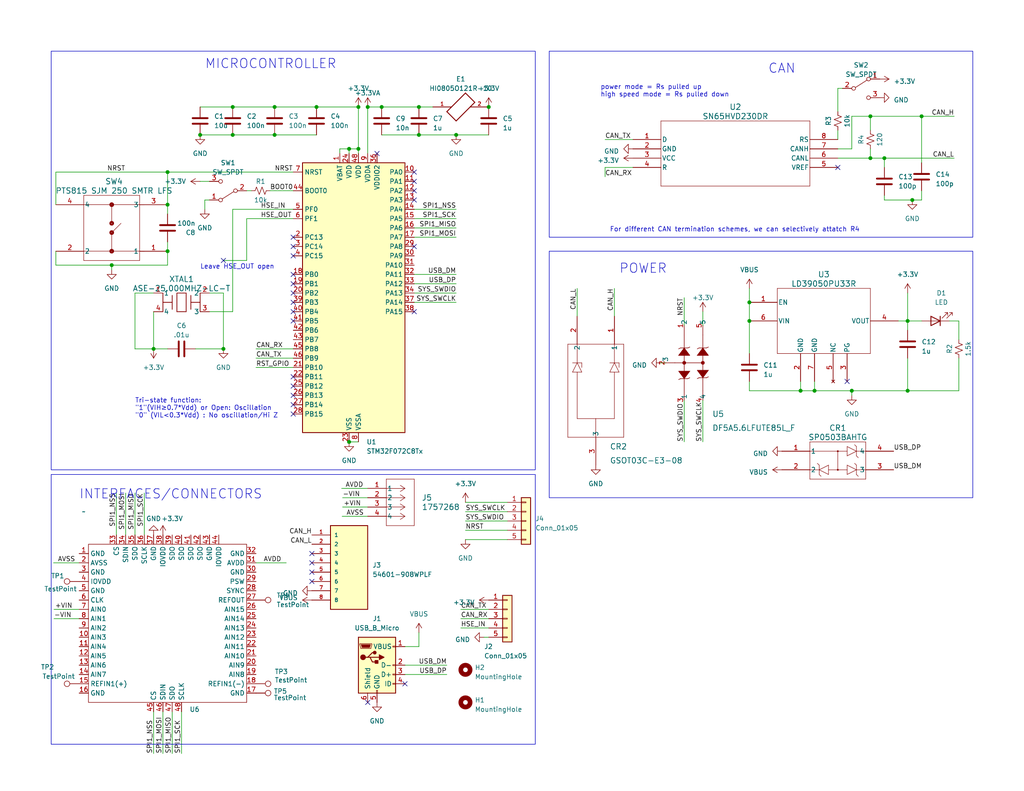
<source format=kicad_sch>
(kicad_sch (version 20230121) (generator eeschema)
  (paper "USLetter")
  (lib_symbols
    (symbol "2024-02-29_02-51-04:LD39050PU33R" (pin_names (offset 0.254))
      (property "Reference" "U3" (at 20.32 8.89 0))
      (property "Value" "LD39050PU33R" (at 20.32 6.35 0))
      (symbol "LD39050PU33R_1_1"
        (pin input line (at 0 1.27 0) (length 7.62) (name "EN") (number "1"))
        (pin power_in line (at 13.97 -20.32 90) (length 7.62) (name "GND") (number "2"))
        (pin power_in line (at 26.67 -20.32 90) (length 7.62) (name "PG") (number "3"))
        (pin output line (at 40.64 -3.81 180) (length 7.62) (name "VOUT") (number "4"))
        (pin no_connect line (at 22.86 -20.32 90) (length 7.62) (name "NC") (number "5"))
        (pin input line (at 0 -3.81 0) (length 7.62) (name "VIN") (number "6"))
        (pin power_in line (at 17.78 -20.32 90) (length 7.62) (name "GND") (number "7"))
      )
    )
    (symbol "2024-02-29_03-15-34:SP0503BAHTG" (pin_names (offset 0.254))
      (property "Reference" "CR" (at 15.24 7.62 0))
      (property "Value" "SP0503BAHTG" (at 15.24 5.08 0))
      (symbol "SP0503BAHTG_1_1"
        (pin unspecified line (at 0 0 0) (length 7.62) (name "1") (number "1"))
        (pin unspecified line (at 0 -5.08 0) (length 7.62) (name "2") (number "2"))
        (pin unspecified line (at 30.48 -5.08 180) (length 7.62) (name "3") (number "3"))
        (pin unspecified line (at 30.48 0 180) (length 7.62) (name "4") (number "4"))
      )
    )
    (symbol "2024-02-29_03-51-17:SN65HVD230DR" (pin_names (offset 0.254))
      (property "Reference" "U" (at 27.94 10.16 0))
      (property "Value" "SN65HVD230DR" (at 27.94 7.62 0))
      (symbol "SN65HVD230DR_1_1"
        (pin input line (at 0 0 0) (length 7.62) (name "D") (number "1"))
        (pin power_in line (at 0 -2.54 0) (length 7.62) (name "GND") (number "2"))
        (pin power_in line (at 0 -5.08 0) (length 7.62) (name "VCC") (number "3"))
        (pin input line (at 0 -7.62 0) (length 7.62) (name "R") (number "4"))
        (pin power_in line (at 55.88 -7.62 180) (length 7.62) (name "VREF") (number "5"))
        (pin output line (at 55.88 -5.08 180) (length 7.62) (name "CANL") (number "6"))
        (pin output line (at 55.88 -2.54 180) (length 7.62) (name "CANH") (number "7"))
        (pin input line (at 55.88 0 180) (length 7.62) (name "RS") (number "8"))
      )
    )
    (symbol "2024-03-01_20-51-15:ASE-25.000MHZ-LC-T" (pin_names (offset 0.254))
      (property "Reference" "XTAL" (at 7.62 2.54 0))
      (property "Value" "ASE-25.000MHZ-LC-T" (at 7.62 -7.62 0))
      (symbol "ASE-25.000MHZ-LC-T_0_1"
        (pin unspecified line (at 0 0 0) (length 2.54) (name "1") (number "1"))
        (pin unspecified line (at 15.24 0 180) (length 2.54) (name "2") (number "2"))
        (pin unspecified line (at 15.24 -5.08 180) (length 2.54) (name "3") (number "3"))
        (pin unspecified line (at 0 -5.08 0) (length 2.54) (name "4") (number "4"))
      )
    )
    (symbol "2024-03-30_20-00-54:GSOT03C-E3-08" (pin_names (offset 0.254))
      (property "Reference" "CR" (at 20.32 7.62 0))
      (property "Value" "GSOT03C-E3-08" (at 20.32 5.08 0))
      (symbol "GSOT03C-E3-08_0_1"
        (pin unspecified line (at 0 0 0) (length 7.62) (name "1") (number "1"))
        (pin unspecified line (at 0 -10.16 0) (length 7.62) (name "2") (number "2"))
        (pin unspecified line (at 40.64 -5.08 180) (length 7.62) (name "3") (number "3"))
      )
    )
    (symbol "2024-04-04_20-35-07:PTS815_SJM_250_SMTR_LFS" (pin_names (offset 0.254))
      (property "Reference" "SW" (at 30.48 -1.27 0))
      (property "Value" "PTS815 SJM 250 SMTR LFS" (at 30.48 -3.81 0))
      (symbol "PTS815_SJM_250_SMTR_LFS_0_1"
        (pin unspecified line (at 15.24 -8.89 0) (length 7.62) (name "1") (number "1"))
        (pin unspecified line (at 45.72 -8.89 180) (length 7.62) (name "2") (number "2"))
        (pin unspecified line (at 15.24 -21.59 0) (length 7.62) (name "3") (number "3"))
        (pin unspecified line (at 45.72 -21.59 180) (length 7.62) (name "4") (number "4"))
      )
    )
    (symbol "2024-04-04_22-53-06:DF5A5.6LFUTE85L_F" (pin_names (offset 0.254))
      (property "Reference" "U" (at 0 0 0))
      (property "Value" "DF5A5.6LFUTE85L_F" (at 0 0 0))
      (symbol "DF5A5.6LFUTE85L_F_0_1"
        (pin unspecified line (at -2.5146 -7.62 180) (length 0.0254) (name "2") (number "1"))
        (pin unspecified line (at 7.6454 -12.7 180) (length 0.0254) (name "3") (number "2"))
        (pin unspecified line (at 17.8054 -7.62 180) (length 0.0254) (name "1") (number "3"))
        (pin unspecified line (at 17.8054 -2.54 180) (length 0.0254) (name "4") (number "4"))
        (pin unspecified line (at -2.5146 -2.54 180) (length 0.0254) (name "5") (number "5"))
      )
    )
    (symbol "2024-04-09_04-06-40:1757268" (pin_names (offset 0.254))
      (property "Reference" "J" (at 8.89 6.35 0))
      (property "Value" "1757268" (at 0 0 0))
      (symbol "1757268_1_1"
        (pin unspecified line (at 0 0 0) (length 5.08) (name "1") (number "1"))
        (pin unspecified line (at 0 -2.54 0) (length 5.08) (name "2") (number "2"))
        (pin unspecified line (at 0 -5.08 0) (length 5.08) (name "3") (number "3"))
        (pin unspecified line (at 0 -7.62 0) (length 5.08) (name "4") (number "4"))
      )
      (symbol "1757268_1_2"
        (pin unspecified line (at 0 0 0) (length 5.08) (name "1") (number "1"))
        (pin unspecified line (at 0 -2.54 0) (length 5.08) (name "2") (number "2"))
        (pin unspecified line (at 0 -5.08 0) (length 5.08) (name "3") (number "3"))
        (pin unspecified line (at 0 -7.62 0) (length 5.08) (name "4") (number "4"))
      )
    )
    (symbol "54601-908WPLF:54601-908WPLF" (pin_names (offset 1.016))
      (property "Reference" "J" (at -5.08 10.922 0))
      (property "Value" "54601-908WPLF" (at -5.08 -15.24 0))
      (symbol "54601-908WPLF_0_0"
        (pin passive line (at -10.16 7.62 0) (length 5.08) (name "1") (number "1"))
        (pin passive line (at -10.16 5.08 0) (length 5.08) (name "2") (number "2"))
        (pin passive line (at -10.16 2.54 0) (length 5.08) (name "3") (number "3"))
        (pin passive line (at -10.16 0 0) (length 5.08) (name "4") (number "4"))
        (pin passive line (at -10.16 -2.54 0) (length 5.08) (name "5") (number "5"))
        (pin passive line (at -10.16 -5.08 0) (length 5.08) (name "6") (number "6"))
        (pin passive line (at -10.16 -7.62 0) (length 5.08) (name "7") (number "7"))
        (pin passive line (at -10.16 -10.16 0) (length 5.08) (name "8") (number "8"))
      )
    )
    (symbol "Connector:TestPoint" (pin_numbers hide) (pin_names (offset 0.762) hide)
      (property "Reference" "TP" (at 0 6.858 0))
      (property "Value" "TestPoint" (at 0 5.08 0))
      (symbol "TestPoint_1_1"
        (pin passive line (at 0 0 90) (length 2.54) (name "1") (number "1"))
      )
    )
    (symbol "Connector:USB_B_Micro" (pin_names (offset 1.016))
      (property "Reference" "J1" (at 0 12.7 0))
      (property "Value" "USB_B_Micro" (at 0 10.16 0))
      (symbol "USB_B_Micro_1_1"
        (pin power_out line (at 7.62 5.08 180) (length 2.54) (name "VBUS") (number "1"))
        (pin bidirectional line (at 7.62 0 180) (length 2.54) (name "D-") (number "2"))
        (pin bidirectional line (at 7.62 -2.54 180) (length 2.54) (name "D+") (number "3"))
        (pin passive line (at 7.62 -5.08 180) (length 2.54) (name "ID") (number "4"))
        (pin power_out line (at 0 -10.16 90) (length 2.54) (name "GND") (number "5"))
        (pin passive line (at -2.54 -10.16 90) (length 2.54) (name "Shield") (number "6"))
      )
    )
    (symbol "Connector_Generic:Conn_01x05" (pin_names (offset 1.016) hide)
      (property "Reference" "J" (at 0 7.62 0))
      (property "Value" "Conn_01x05" (at 0 -7.62 0))
      (symbol "Conn_01x05_1_1"
        (pin passive line (at -5.08 5.08 0) (length 3.81) (name "Pin_1") (number "1"))
        (pin passive line (at -5.08 2.54 0) (length 3.81) (name "Pin_2") (number "2"))
        (pin passive line (at -5.08 0 0) (length 3.81) (name "Pin_3") (number "3"))
        (pin passive line (at -5.08 -2.54 0) (length 3.81) (name "Pin_4") (number "4"))
        (pin passive line (at -5.08 -5.08 0) (length 3.81) (name "Pin_5") (number "5"))
      )
    )
    (symbol "Device:C" (pin_numbers hide) (pin_names (offset 0.254))
      (property "Reference" "C" (at 0.635 2.54 0))
      (property "Value" "C" (at 0.635 -2.54 0))
      (symbol "C_1_1"
        (pin passive line (at 0 3.81 270) (length 2.794) (name "~") (number "1"))
        (pin passive line (at 0 -3.81 90) (length 2.794) (name "~") (number "2"))
      )
    )
    (symbol "Device:LED" (pin_numbers hide) (pin_names (offset 1.016) hide)
      (property "Reference" "D" (at 0 2.54 0))
      (property "Value" "LED" (at 0 -2.54 0))
      (symbol "LED_1_1"
        (pin passive line (at -3.81 0 0) (length 2.54) (name "K") (number "1"))
        (pin passive line (at 3.81 0 180) (length 2.54) (name "A") (number "2"))
      )
    )
    (symbol "Device:R_Small_US" (pin_numbers hide) (pin_names (offset 0.254) hide)
      (property "Reference" "R" (at 0.762 0.508 0))
      (property "Value" "R_Small_US" (at 0.762 -1.016 0))
      (symbol "R_Small_US_1_1"
        (pin passive line (at 0 2.54 270) (length 1.016) (name "~") (number "1"))
        (pin passive line (at 0 -2.54 90) (length 1.016) (name "~") (number "2"))
      )
    )
    (symbol "EVAL_AD7124_8_PMDZ:ADC_board"
      (property "Reference" "U" (at 8.89 60.96 0))
      (symbol "ADC_board_1_1"
        (pin input line (at 7.62 49.53 0) (length 2.54) (name "GND") (number "1"))
        (pin input line (at 7.62 26.67 0) (length 2.54) (name "AIN3") (number "10"))
        (pin input line (at 7.62 24.13 0) (length 2.54) (name "AIN4") (number "11"))
        (pin input line (at 7.62 21.59 0) (length 2.54) (name "AIN5") (number "12"))
        (pin input line (at 7.62 19.05 0) (length 2.54) (name "AIN6") (number "13"))
        (pin input line (at 7.62 16.51 0) (length 2.54) (name "AIN7") (number "14"))
        (pin input line (at 7.62 13.97 0) (length 2.54) (name "REFIN1(+)") (number "15"))
        (pin input line (at 7.62 11.43 0) (length 2.54) (name "GND") (number "16"))
        (pin input line (at 55.88 11.43 180) (length 2.54) (name "GND") (number "17"))
        (pin input line (at 55.88 13.97 180) (length 2.54) (name "REFIN1(-)") (number "18"))
        (pin input line (at 55.88 16.51 180) (length 2.54) (name "AIN8") (number "19"))
        (pin input line (at 7.62 46.99 0) (length 2.54) (name "AVSS") (number "2"))
        (pin input line (at 55.88 19.05 180) (length 2.54) (name "AIN9") (number "20"))
        (pin input line (at 55.88 21.59 180) (length 2.54) (name "AIN10") (number "21"))
        (pin input line (at 55.88 24.13 180) (length 2.54) (name "AIN11") (number "22"))
        (pin input line (at 55.88 26.67 180) (length 2.54) (name "AIN12") (number "23"))
        (pin input line (at 55.88 29.21 180) (length 2.54) (name "AIN13") (number "24"))
        (pin input line (at 55.88 31.75 180) (length 2.54) (name "AIN14") (number "25"))
        (pin input line (at 55.88 34.29 180) (length 2.54) (name "AIN15") (number "26"))
        (pin input line (at 55.88 36.83 180) (length 2.54) (name "REFOUT") (number "27"))
        (pin input line (at 55.88 39.37 180) (length 2.54) (name "SYNC") (number "28"))
        (pin input line (at 55.88 41.91 180) (length 2.54) (name "PSW") (number "29"))
        (pin input line (at 7.62 44.45 0) (length 2.54) (name "GND") (number "3"))
        (pin input line (at 55.88 44.45 180) (length 2.54) (name "GND") (number "30"))
        (pin input line (at 55.88 46.99 180) (length 2.54) (name "AVDD") (number "31"))
        (pin input line (at 55.88 49.53 180) (length 2.54) (name "GND") (number "32"))
        (pin input line (at 17.78 54.61 270) (length 2.54) (name "CS") (number "33"))
        (pin input line (at 20.32 54.61 270) (length 2.54) (name "SDIN") (number "34"))
        (pin input line (at 22.86 54.61 270) (length 2.54) (name "SDO") (number "35"))
        (pin input line (at 25.4 54.61 270) (length 2.54) (name "SCLK") (number "36"))
        (pin input line (at 27.94 54.61 270) (length 2.54) (name "GND") (number "37"))
        (pin input line (at 30.48 54.61 270) (length 2.54) (name "IOVDD") (number "38"))
        (pin input line (at 33.02 54.61 270) (length 2.54) (name "SDO") (number "39"))
        (pin input line (at 7.62 41.91 0) (length 2.54) (name "IOVDD") (number "4"))
        (pin input line (at 35.56 54.61 270) (length 2.54) (name "SDO") (number "40"))
        (pin input line (at 38.1 54.61 270) (length 2.54) (name "SDO") (number "41"))
        (pin input line (at 40.64 54.61 270) (length 2.54) (name "SDO") (number "42"))
        (pin input line (at 43.18 54.61 270) (length 2.54) (name "GND") (number "43"))
        (pin input line (at 45.72 54.61 270) (length 2.54) (name "IOVDD") (number "44"))
        (pin input line (at 27.94 6.35 90) (length 2.54) (name "CS") (number "45"))
        (pin input line (at 30.48 6.35 90) (length 2.54) (name "SDIN") (number "46"))
        (pin input line (at 33.02 6.35 90) (length 2.54) (name "SDO") (number "47"))
        (pin input line (at 35.56 6.35 90) (length 2.54) (name "SCLK") (number "48"))
        (pin input line (at 7.62 39.37 0) (length 2.54) (name "GND") (number "5"))
        (pin input line (at 7.62 36.83 0) (length 2.54) (name "CLK") (number "6"))
        (pin input line (at 7.62 34.29 0) (length 2.54) (name "AIN0") (number "7"))
        (pin input line (at 7.62 31.75 0) (length 2.54) (name "AIN1") (number "8"))
        (pin input line (at 7.62 29.21 0) (length 2.54) (name "AIN2") (number "9"))
      )
    )
    (symbol "HI0805O121R-10:HI0805O121R-10" (pin_names (offset 1.016))
      (property "Reference" "E" (at -7.6244 5.0815 0))
      (property "Value" "HI0805O121R-10" (at -7.63 -7.6266 0))
      (symbol "HI0805O121R-10_0_0"
        (pin passive line (at -7.62 0 0) (length 5.08) (name "~") (number "1"))
        (pin passive line (at 7.62 0 180) (length 5.08) (name "~") (number "2"))
      )
    )
    (symbol "MCU_ST_STM32F0:STM32F072C8Tx"
      (property "Reference" "U" (at -12.7 39.37 0))
      (property "Value" "STM32F072C8Tx" (at 10.16 39.37 0))
      (symbol "STM32F072C8Tx_1_1"
        (pin power_in line (at -2.54 40.64 270) (length 2.54) (name "VBAT") (number "1"))
        (pin bidirectional line (at 17.78 35.56 180) (length 2.54) (name "PA0") (number "10"))
        (pin bidirectional line (at 17.78 33.02 180) (length 2.54) (name "PA1") (number "11"))
        (pin bidirectional line (at 17.78 30.48 180) (length 2.54) (name "PA2") (number "12"))
        (pin bidirectional line (at 17.78 27.94 180) (length 2.54) (name "PA3") (number "13"))
        (pin bidirectional line (at 17.78 25.4 180) (length 2.54) (name "PA4") (number "14"))
        (pin bidirectional line (at 17.78 22.86 180) (length 2.54) (name "PA5") (number "15"))
        (pin bidirectional line (at 17.78 20.32 180) (length 2.54) (name "PA6") (number "16"))
        (pin bidirectional line (at 17.78 17.78 180) (length 2.54) (name "PA7") (number "17"))
        (pin bidirectional line (at -15.24 7.62 0) (length 2.54) (name "PB0") (number "18"))
        (pin bidirectional line (at -15.24 5.08 0) (length 2.54) (name "PB1") (number "19"))
        (pin bidirectional line (at -15.24 17.78 0) (length 2.54) (name "PC13") (number "2"))
        (pin bidirectional line (at -15.24 2.54 0) (length 2.54) (name "PB2") (number "20"))
        (pin bidirectional line (at -15.24 -17.78 0) (length 2.54) (name "PB10") (number "21"))
        (pin bidirectional line (at -15.24 -20.32 0) (length 2.54) (name "PB11") (number "22"))
        (pin power_in line (at 0 -38.1 90) (length 2.54) (name "VSS") (number "23"))
        (pin power_in line (at 0 40.64 270) (length 2.54) (name "VDD") (number "24"))
        (pin bidirectional line (at -15.24 -22.86 0) (length 2.54) (name "PB12") (number "25"))
        (pin bidirectional line (at -15.24 -25.4 0) (length 2.54) (name "PB13") (number "26"))
        (pin bidirectional line (at -15.24 -27.94 0) (length 2.54) (name "PB14") (number "27"))
        (pin bidirectional line (at -15.24 -30.48 0) (length 2.54) (name "PB15") (number "28"))
        (pin bidirectional line (at 17.78 15.24 180) (length 2.54) (name "PA8") (number "29"))
        (pin bidirectional line (at -15.24 15.24 0) (length 2.54) (name "PC14") (number "3"))
        (pin bidirectional line (at 17.78 12.7 180) (length 2.54) (name "PA9") (number "30"))
        (pin bidirectional line (at 17.78 10.16 180) (length 2.54) (name "PA10") (number "31"))
        (pin bidirectional line (at 17.78 7.62 180) (length 2.54) (name "PA11") (number "32"))
        (pin bidirectional line (at 17.78 5.08 180) (length 2.54) (name "PA12") (number "33"))
        (pin bidirectional line (at 17.78 2.54 180) (length 2.54) (name "PA13") (number "34"))
        (pin passive line (at 0 -38.1 90) (length 2.54) hide (name "VSS") (number "35"))
        (pin power_in line (at 7.62 40.64 270) (length 2.54) (name "VDDIO2") (number "36"))
        (pin bidirectional line (at 17.78 0 180) (length 2.54) (name "PA14") (number "37"))
        (pin bidirectional line (at 17.78 -2.54 180) (length 2.54) (name "PA15") (number "38"))
        (pin bidirectional line (at -15.24 0 0) (length 2.54) (name "PB3") (number "39"))
        (pin bidirectional line (at -15.24 12.7 0) (length 2.54) (name "PC15") (number "4"))
        (pin bidirectional line (at -15.24 -2.54 0) (length 2.54) (name "PB4") (number "40"))
        (pin bidirectional line (at -15.24 -5.08 0) (length 2.54) (name "PB5") (number "41"))
        (pin bidirectional line (at -15.24 -7.62 0) (length 2.54) (name "PB6") (number "42"))
        (pin bidirectional line (at -15.24 -10.16 0) (length 2.54) (name "PB7") (number "43"))
        (pin input line (at -15.24 30.48 0) (length 2.54) (name "BOOT0") (number "44"))
        (pin bidirectional line (at -15.24 -12.7 0) (length 2.54) (name "PB8") (number "45"))
        (pin bidirectional line (at -15.24 -15.24 0) (length 2.54) (name "PB9") (number "46"))
        (pin passive line (at 0 -38.1 90) (length 2.54) hide (name "VSS") (number "47"))
        (pin power_in line (at 2.54 40.64 270) (length 2.54) (name "VDD") (number "48"))
        (pin bidirectional line (at -15.24 25.4 0) (length 2.54) (name "PF0") (number "5"))
        (pin bidirectional line (at -15.24 22.86 0) (length 2.54) (name "PF1") (number "6"))
        (pin input line (at -15.24 35.56 0) (length 2.54) (name "NRST") (number "7"))
        (pin power_in line (at 2.54 -38.1 90) (length 2.54) (name "VSSA") (number "8"))
        (pin power_in line (at 5.08 40.64 270) (length 2.54) (name "VDDA") (number "9"))
      )
    )
    (symbol "Mechanical:MountingHole" (pin_names (offset 1.016))
      (property "Reference" "H" (at 0 5.08 0))
      (property "Value" "MountingHole" (at 0 3.175 0))
    )
    (symbol "Switch:SW_SPDT" (pin_names (offset 0) hide)
      (property "Reference" "SW" (at 0 4.318 0))
      (property "Value" "SW_SPDT" (at 0 -5.08 0))
      (symbol "SW_SPDT_1_1"
        (pin passive line (at 5.08 2.54 180) (length 2.54) (name "A") (number "1"))
        (pin passive line (at -5.08 0 0) (length 2.54) (name "B") (number "2"))
        (pin passive line (at 5.08 -2.54 180) (length 2.54) (name "C") (number "3"))
      )
    )
    (symbol "power:+3.3V" (power) (pin_names (offset 0))
      (property "Value" "+3.3V" (at 0 3.556 0))
      (symbol "+3.3V_1_1"
        (pin power_in line (at 0 0 90) (length 0) hide (name "+3.3V") (number "1"))
      )
    )
    (symbol "power:+3.3VA" (power) (pin_names (offset 0))
      (property "Value" "+3.3VA" (at 0 3.556 0))
      (symbol "+3.3VA_1_1"
        (pin power_in line (at 0 0 90) (length 0) hide (name "+3.3VA") (number "1"))
      )
    )
    (symbol "power:GND" (power) (pin_names (offset 0))
      (property "Value" "GND" (at 0 -3.81 0))
      (symbol "GND_1_1"
        (pin power_in line (at 0 0 270) (length 0) hide (name "GND") (number "1"))
      )
    )
    (symbol "power:VBUS" (power) (pin_names (offset 0))
      (property "Value" "VBUS" (at 0 3.81 0))
      (symbol "VBUS_1_1"
        (pin power_in line (at 0 0 90) (length 0) hide (name "VBUS") (number "1"))
      )
    )
  )
  (junction (at 247.65 87.63))
  (junction (at 86.36 29.21))
  (junction (at 124.46 36.83))
  (junction (at 41.91 95.25))
  (junction (at 60.96 95.25))
  (junction (at 232.41 106.68))
  (junction (at 45.72 46.99))
  (junction (at 63.5 29.21))
  (junction (at 97.79 40.64))
  (junction (at 95.25 40.64))
  (junction (at 241.3 43.18))
  (junction (at 74.93 29.21))
  (junction (at 95.25 120.65))
  (junction (at 251.46 31.75))
  (junction (at 45.72 55.88))
  (junction (at 204.47 87.63))
  (junction (at 114.3 29.21))
  (junction (at 218.44 106.68))
  (junction (at 222.25 106.68))
  (junction (at 114.3 36.83))
  (junction (at 104.14 29.21))
  (junction (at 100.33 29.21))
  (junction (at 45.72 68.58))
  (junction (at 30.48 72.39))
  (junction (at 247.65 106.68))
  (junction (at 248.92 54.61))
  (junction (at 204.47 82.55))
  (junction (at 63.5 36.83))
  (junction (at 74.93 36.83))
  (junction (at 133.35 29.21))
  (junction (at 237.49 43.18))
  (junction (at 97.79 29.21))
  (junction (at 237.49 31.75))
  (junction (at 54.61 36.83))
  (no_connect (at 80.01 82.55))
  (no_connect (at 85.09 156.21))
  (no_connect (at 113.03 46.99))
  (no_connect (at 113.03 49.53))
  (no_connect (at 100.33 191.77))
  (no_connect (at 80.01 80.01))
  (no_connect (at 80.01 74.93))
  (no_connect (at 80.01 85.09))
  (no_connect (at 113.03 85.09))
  (no_connect (at 80.01 113.03))
  (no_connect (at 80.01 69.85))
  (no_connect (at 102.87 41.91))
  (no_connect (at 231.14 104.14))
  (no_connect (at 113.03 54.61))
  (no_connect (at 80.01 107.95))
  (no_connect (at 85.09 158.75))
  (no_connect (at 80.01 102.87))
  (no_connect (at 80.01 67.31))
  (no_connect (at 80.01 64.77))
  (no_connect (at 113.03 67.31))
  (no_connect (at 80.01 105.41))
  (no_connect (at 228.6 45.72))
  (no_connect (at 85.09 153.67))
  (no_connect (at 80.01 87.63))
  (no_connect (at 113.03 52.07))
  (no_connect (at 60.96 71.12))
  (no_connect (at 80.01 77.47))
  (no_connect (at 80.01 110.49))
  (no_connect (at 110.49 186.69))
  (no_connect (at 85.09 151.13))
  (wire (pts (xy 49.53 194.31) (xy 49.53 205.74)))
  (wire (pts (xy 60.96 71.12) (xy 67.31 71.12)))
  (wire (pts (xy 180.34 99.0854) (xy 181.61 99.0854)))
  (wire (pts (xy 180.34 99.0854) (xy 180.34 99.06)))
  (wire (pts (xy 74.93 29.21) (xy 86.36 29.21)))
  (wire (pts (xy 45.72 55.88) (xy 45.72 58.42)))
  (wire (pts (xy 31.75 146.05) (xy 31.75 134.62)))
  (wire (pts (xy 133.35 166.37) (xy 125.73 166.37)))
  (wire (pts (xy 204.47 82.55) (xy 204.47 78.74)))
  (wire (pts (xy 127 147.32) (xy 138.43 147.32)))
  (wire (pts (xy 15.24 68.58) (xy 15.24 72.39)))
  (wire (pts (xy 45.72 46.99) (xy 80.01 46.99)))
  (wire (pts (xy 15.24 46.99) (xy 45.72 46.99)))
  (wire (pts (xy 100.33 29.21) (xy 100.33 41.91)))
  (wire (pts (xy 232.41 106.68) (xy 247.65 106.68)))
  (wire (pts (xy 247.65 87.63) (xy 247.65 90.17)))
  (wire (pts (xy 241.3 43.18) (xy 237.49 43.18)))
  (wire (pts (xy 113.03 62.23) (xy 124.46 62.23)))
  (wire (pts (xy 74.93 36.83) (xy 86.36 36.83)))
  (wire (pts (xy 14.605 153.67) (xy 21.59 153.67)))
  (wire (pts (xy 241.3 54.61) (xy 248.92 54.61)))
  (wire (pts (xy 113.03 59.69) (xy 124.46 59.69)))
  (wire (pts (xy 110.49 176.53) (xy 114.3 176.53)))
  (wire (pts (xy 67.31 52.07) (xy 68.58 52.07)))
  (wire (pts (xy 222.25 106.68) (xy 222.25 104.14)))
  (wire (pts (xy 113.03 82.55) (xy 124.46 82.55)))
  (wire (pts (xy 30.48 72.39) (xy 30.48 73.66)))
  (wire (pts (xy 218.44 106.68) (xy 222.25 106.68)))
  (wire (pts (xy 251.46 31.75) (xy 251.46 44.45)))
  (wire (pts (xy 63.5 36.83) (xy 74.93 36.83)))
  (wire (pts (xy 245.11 87.63) (xy 247.65 87.63)))
  (wire (pts (xy 63.5 57.15) (xy 63.5 85.09)))
  (wire (pts (xy 228.6 43.18) (xy 237.49 43.18)))
  (wire (pts (xy 93.472 138.43) (xy 100.33 138.43)))
  (wire (pts (xy 251.46 31.75) (xy 260.35 31.75)))
  (wire (pts (xy 73.66 52.07) (xy 80.01 52.07)))
  (wire (pts (xy 36.83 95.25) (xy 41.91 95.25)))
  (wire (pts (xy 165.1 45.72) (xy 172.72 45.72)))
  (wire (pts (xy 45.72 66.04) (xy 45.72 68.58)))
  (wire (pts (xy 127 137.16) (xy 138.43 137.16)))
  (wire (pts (xy 69.85 100.33) (xy 80.01 100.33)))
  (wire (pts (xy 36.83 146.05) (xy 36.83 134.62)))
  (wire (pts (xy 229.87 24.13) (xy 228.6 24.13)))
  (wire (pts (xy 54.61 36.83) (xy 63.5 36.83)))
  (wire (pts (xy 228.6 24.13) (xy 228.6 30.48)))
  (wire (pts (xy 45.72 46.99) (xy 45.72 55.88)))
  (wire (pts (xy 114.3 36.83) (xy 124.46 36.83)))
  (wire (pts (xy 186.69 109.2454) (xy 186.69 120.6246)))
  (wire (pts (xy 247.65 106.68) (xy 247.65 97.79)))
  (wire (pts (xy 93.345 140.97) (xy 100.33 140.97)))
  (wire (pts (xy 167.64 86.36) (xy 167.64 78.74)))
  (wire (pts (xy 30.48 72.39) (xy 15.24 72.39)))
  (wire (pts (xy 204.47 106.68) (xy 218.44 106.68)))
  (wire (pts (xy 232.41 40.64) (xy 232.41 31.75)))
  (wire (pts (xy 124.46 74.93) (xy 113.03 74.93)))
  (wire (pts (xy 157.48 78.74) (xy 157.48 86.36)))
  (wire (pts (xy 100.33 29.21) (xy 104.14 29.21)))
  (wire (pts (xy 30.48 72.39) (xy 45.72 72.39)))
  (wire (pts (xy 93.472 135.89) (xy 100.33 135.89)))
  (wire (pts (xy 124.46 36.83) (xy 133.35 36.83)))
  (wire (pts (xy 186.69 81.28) (xy 186.69 88.9254)))
  (wire (pts (xy 57.15 54.61) (xy 55.88 54.61)))
  (wire (pts (xy 113.03 57.15) (xy 124.46 57.15)))
  (wire (pts (xy 41.91 85.09) (xy 41.91 95.25)))
  (wire (pts (xy 67.31 59.69) (xy 80.01 59.69)))
  (wire (pts (xy 97.79 40.64) (xy 95.25 40.64)))
  (wire (pts (xy 60.96 95.25) (xy 53.34 95.25)))
  (wire (pts (xy 204.47 104.14) (xy 204.47 106.68)))
  (wire (pts (xy 261.62 87.63) (xy 261.62 92.71)))
  (wire (pts (xy 95.25 120.65) (xy 97.79 120.65)))
  (wire (pts (xy 228.6 35.56) (xy 228.6 38.1)))
  (wire (pts (xy 124.46 77.47) (xy 113.03 77.47)))
  (wire (pts (xy 191.77 120.6246) (xy 191.77 109.2454)))
  (wire (pts (xy 57.15 80.01) (xy 60.96 80.01)))
  (wire (pts (xy 232.41 107.95) (xy 232.41 106.68)))
  (wire (pts (xy 45.72 95.25) (xy 41.91 95.25)))
  (wire (pts (xy 14.732 166.37) (xy 21.59 166.37)))
  (wire (pts (xy 261.62 97.79) (xy 261.62 106.68)))
  (wire (pts (xy 165.1 38.1) (xy 172.72 38.1)))
  (wire (pts (xy 248.92 54.61) (xy 251.46 54.61)))
  (wire (pts (xy 41.91 80.01) (xy 36.83 80.01)))
  (wire (pts (xy 113.03 80.01) (xy 124.46 80.01)))
  (wire (pts (xy 15.24 55.88) (xy 15.24 46.99)))
  (wire (pts (xy 86.36 29.21) (xy 97.79 29.21)))
  (wire (pts (xy 54.61 49.53) (xy 57.15 49.53)))
  (wire (pts (xy 113.03 64.77) (xy 124.46 64.77)))
  (wire (pts (xy 261.62 106.68) (xy 247.65 106.68)))
  (wire (pts (xy 55.88 54.61) (xy 55.88 57.15)))
  (wire (pts (xy 54.61 29.21) (xy 63.5 29.21)))
  (wire (pts (xy 63.5 57.15) (xy 80.01 57.15)))
  (wire (pts (xy 237.49 31.75) (xy 237.49 35.56)))
  (wire (pts (xy 69.85 95.25) (xy 80.01 95.25)))
  (wire (pts (xy 39.37 146.05) (xy 39.37 134.62)))
  (wire (pts (xy 259.08 87.63) (xy 261.62 87.63)))
  (wire (pts (xy 251.46 52.07) (xy 251.46 54.61)))
  (wire (pts (xy 127 142.24) (xy 138.43 142.24)))
  (wire (pts (xy 165.1 48.26) (xy 165.1 45.72)))
  (wire (pts (xy 218.44 106.68) (xy 218.44 104.14)))
  (wire (pts (xy 241.3 43.18) (xy 260.35 43.18)))
  (wire (pts (xy 97.79 29.21) (xy 97.79 40.64)))
  (wire (pts (xy 92.71 40.64) (xy 92.71 41.91)))
  (wire (pts (xy 97.79 40.64) (xy 97.79 41.91)))
  (wire (pts (xy 247.65 87.63) (xy 251.46 87.63)))
  (wire (pts (xy 121.92 181.61) (xy 110.49 181.61)))
  (wire (pts (xy 114.3 29.21) (xy 118.11 29.21)))
  (wire (pts (xy 34.29 146.05) (xy 34.29 134.62)))
  (wire (pts (xy 14.732 168.91) (xy 21.59 168.91)))
  (wire (pts (xy 247.65 87.63) (xy 247.65 80.01)))
  (wire (pts (xy 41.91 194.31) (xy 41.91 205.74)))
  (wire (pts (xy 232.41 31.75) (xy 237.49 31.75)))
  (wire (pts (xy 222.25 106.68) (xy 232.41 106.68)))
  (wire (pts (xy 228.6 40.64) (xy 232.41 40.64)))
  (wire (pts (xy 95.25 40.64) (xy 95.25 41.91)))
  (wire (pts (xy 241.3 53.34) (xy 241.3 54.61)))
  (wire (pts (xy 237.49 43.18) (xy 237.49 40.64)))
  (wire (pts (xy 127 139.7) (xy 138.43 139.7)))
  (wire (pts (xy 63.5 29.21) (xy 74.93 29.21)))
  (wire (pts (xy 204.47 87.63) (xy 204.47 96.52)))
  (wire (pts (xy 67.31 71.12) (xy 67.31 59.69)))
  (wire (pts (xy 121.92 184.15) (xy 110.49 184.15)))
  (wire (pts (xy 114.3 172.72) (xy 114.3 176.53)))
  (wire (pts (xy 57.15 85.09) (xy 63.5 85.09)))
  (wire (pts (xy 125.73 168.91) (xy 133.35 168.91)))
  (wire (pts (xy 44.45 194.31) (xy 44.45 205.74)))
  (wire (pts (xy 69.85 97.79) (xy 80.01 97.79)))
  (wire (pts (xy 104.14 29.21) (xy 114.3 29.21)))
  (wire (pts (xy 95.25 40.64) (xy 92.71 40.64)))
  (wire (pts (xy 191.77 85.09) (xy 191.77 88.9254)))
  (wire (pts (xy 241.3 45.72) (xy 241.3 43.18)))
  (wire (pts (xy 93.218 133.35) (xy 100.33 133.35)))
  (wire (pts (xy 69.85 153.67) (xy 78.105 153.67)))
  (wire (pts (xy 114.3 36.83) (xy 104.14 36.83)))
  (wire (pts (xy 132.08 173.99) (xy 133.35 173.99)))
  (wire (pts (xy 204.47 82.55) (xy 204.47 87.63)))
  (wire (pts (xy 237.49 31.75) (xy 251.46 31.75)))
  (wire (pts (xy 45.72 72.39) (xy 45.72 68.58)))
  (wire (pts (xy 36.83 80.01) (xy 36.83 95.25)))
  (wire (pts (xy 46.99 194.31) (xy 46.99 205.74)))
  (wire (pts (xy 133.35 171.45) (xy 125.73 171.45)))
  (wire (pts (xy 127 144.78) (xy 138.43 144.78)))
  (wire (pts (xy 60.96 80.01) (xy 60.96 95.25)))
  (rectangle (start 149.86 68.58) (end 265.43 135.89))
  (rectangle (start 13.97 13.97) (end 146.05 128.27))
  (rectangle (start 149.86 13.97) (end 265.43 64.77))
  (rectangle (start 13.97 129.54) (end 146.05 203.2))
  (text "POWER" (at 168.91 74.93 0) (effects (font (size 2.54 2.54)) (justify left bottom)))
  (text "CAN" (at 209.55 20.32 0) (effects (font (size 2.54 2.54)) (justify left bottom)))
  (text "power mode = Rs pulled up \nhigh speed mode = Rs pulled down" (at 163.83 26.67 0) (effects (font (size 1.27 1.27)) (justify left bottom)))
  (text "For different CAN termination schemes, we can selectively attatch R4" (at 166.37 63.5 0) (effects (font (size 1.27 1.27)) (justify left bottom)))
  (text "MICROCONTROLLER" (at 55.88 19.05 0) (effects (font (size 2.54 2.54)) (justify left bottom)))
  (text "Leave HSE_OUT open" (at 54.61 73.66 0) (effects (font (size 1.27 1.27)) (justify left bottom)))
  (text "INTERFACES/CONNECTORS\n" (at 21.59 136.525 0) (effects (font (size 2.54 2.54)) (justify left bottom)))
  (text "Tri-state function: \n\"1\"(VIH≥0.7*Vdd) or Open: Oscillation\n\"0\" (VIL<0.3*Vdd) : No oscillation/Hi Z" (at 36.83 114.3 0) (effects (font (size 1.27 1.27)) (justify left bottom)))
  (label "NRST" (at 186.69 81.28 270))
  (label "USB_DM" (at 243.84 128.27 0))
  (label "SYS_SWDIO" (at 186.69 120.6246 90))
  (label "AVDD" (at 94.234 133.35 0))
  (label "SPI1_MISO" (at 46.99 205.74 90))
  (label "SPI1_MOSI" (at 124.46 64.77 180))
  (label "SPI1_SCK" (at 39.37 134.62 270))
  (label "USB_DP" (at 243.84 123.19 0))
  (label "SPI1_MISO" (at 124.46 62.23 180))
  (label "CAN_TX" (at 69.85 97.79 0))
  (label "SYS_SWCLK" (at 127 139.7 0))
  (label "SYS_SWCLK" (at 124.46 82.55 180))
  (label "SPI1_MISO" (at 36.83 134.62 270))
  (label "HSE_OUT" (at 71.12 59.69 0))
  (label "SYS_SWDIO" (at 124.46 80.01 180))
  (label "-VIN" (at 93.472 135.89 0))
  (label "USB_DP" (at 121.92 184.15 180))
  (label "AVSS" (at 94.488 140.97 0))
  (label "USB_DM" (at 121.92 181.61 180))
  (label "BOOT0" (at 73.66 52.07 0))
  (label "CAN_H" (at 260.35 31.75 180))
  (label "USB_DM" (at 124.46 74.93 180))
  (label "USB_DP" (at 124.46 77.47 180))
  (label "AVSS" (at 15.748 153.67 0))
  (label "CAN_TX" (at 125.73 166.37 0))
  (label "CAN_TX" (at 165.1 38.1 0))
  (label "HSE_IN" (at 71.12 57.15 0))
  (label "CAN_RX" (at 125.73 168.91 0))
  (label "SPI1_SCK" (at 49.53 205.74 90))
  (label "SPI1_MOSI" (at 44.45 205.74 90))
  (label "SPI1_NSS" (at 124.46 57.15 180))
  (label "CAN_RX" (at 165.1 48.26 0))
  (label "+VIN" (at 93.726 138.43 0))
  (label "SYS_SWDIO" (at 127 142.24 0))
  (label "AVDD" (at 71.882 153.67 0))
  (label "CAN_H" (at 85.09 146.05 180))
  (label "RST_GPIO" (at 69.85 100.33 0))
  (label "CAN_RX" (at 69.85 95.25 0))
  (label "NRST" (at 29.21 46.99 0))
  (label "SPI1_NSS" (at 31.75 134.62 270))
  (label "CAN_L" (at 85.09 148.59 180))
  (label "SYS_SWCLK" (at 191.77 120.6246 90))
  (label "CAN_H" (at 167.64 78.74 270))
  (label "NRST" (at 127 144.78 0))
  (label "CAN_L" (at 157.48 78.74 270))
  (label "-VIN" (at 14.732 168.91 0))
  (label "SPI1_SCK" (at 124.46 59.69 180))
  (label "SPI1_NSS" (at 41.91 205.74 90))
  (label "SPI1_MOSI" (at 34.29 134.62 270))
  (label "HSE_IN" (at 125.73 171.45 0))
  (label "+VIN" (at 14.986 166.37 0))
  (label "NRST" (at 74.93 46.99 0))
  (label "CAN_L" (at 260.35 43.18 180))
  (symbol (lib_id "Connector:TestPoint") (at 21.59 186.69 90) (unit 1)
    (property "Reference" "TP2" (at 12.954 182.118 90))
    (property "Value" "TestPoint" (at 16.002 184.658 90))
    (property "Footprint" "TestPoint:TestPoint_Pad_1.0x1.0mm" (effects hide))
  )
  (symbol (lib_id "power:+3.3V") (at 133.35 163.83 90) (unit 1)
    (property "Reference" "#PWR032" (effects hide))
    (property "Value" "+3.3V" (at 129.54 164.465 90) (effects (justify left)))
  )
  (symbol (lib_id "power:GND") (at 180.34 99.06 270) (unit 1)
    (property "Reference" "#PWR030" (effects hide))
    (property "Value" "GND" (at 176.53 99.695 90) (effects (justify right)))
  )
  (symbol (lib_id "power:VBUS") (at 213.36 128.27 90) (unit 1)
    (property "Reference" "#PWR015" (effects hide))
    (property "Value" "VBUS" (at 209.55 128.905 90) (effects (justify left)))
  )
  (symbol (lib_id "power:GND") (at 232.41 107.95 0) (unit 1)
    (property "Reference" "#PWR019" (effects hide))
    (property "Value" "GND" (at 232.41 113.03 0))
  )
  (symbol (lib_id "power:GND") (at 162.56 127 0) (unit 1)
    (property "Reference" "#PWR029" (effects hide))
    (property "Value" "GND" (at 162.56 132.08 0))
  )
  (symbol (lib_id "power:GND") (at 102.87 191.77 0) (mirror y) (unit 1)
    (property "Reference" "#PWR013" (effects hide))
    (property "Value" "GND" (at 102.87 196.85 0))
  )
  (symbol (lib_id "power:VBUS") (at 204.47 78.74 0) (unit 1)
    (property "Reference" "#PWR014" (effects hide))
    (property "Value" "VBUS" (at 204.47 73.66 0))
  )
  (symbol (lib_id "HI0805O121R-10:HI0805O121R-10") (at 125.73 29.21 0) (unit 1)
    (property "Reference" "E1" (at 125.73 21.59 0))
    (property "Value" "HI0805O121R-10" (at 125.73 24.13 0))
    (property "Footprint" "footprints:FB_HI0805O121R-10" (effects hide))
    (property "Datasheet" "https://www.digikey.com/en/products/detail/laird-signal-integrity-products/HI0805O121R-10/806632" (effects hide))
    (property "STANDARD" "Manufacturer Recommendations" (effects hide))
    (property "MAXIMUM_PACKAGE_HEIGHT" "1.1 mm" (effects hide))
    (property "MANUFACTURER" "Laird" (effects hide))
  )
  (symbol (lib_id "power:GND") (at 55.88 57.15 0) (unit 1)
    (property "Reference" "#PWR09" (effects hide))
    (property "Value" "GND" (at 55.88 62.23 0))
  )
  (symbol (lib_id "Connector:USB_B_Micro") (at 102.87 181.61 0) (unit 1)
    (property "Reference" "J1" (at 102.87 168.91 0))
    (property "Value" "USB_B_Micro" (at 102.87 171.45 0))
    (property "Footprint" "footprints:AMPHENOL_10118194-0001LF" (effects hide))
    (property "Datasheet" "https://www.digikey.com/en/products/detail/amphenol-cs-fci/10118194-0001LF/2785389" (effects hide))
  )
  (symbol (lib_id "Device:C") (at 247.65 93.98 0) (unit 1)
    (property "Reference" "C12" (at 251.46 93.345 0) (effects (justify left)))
    (property "Value" "1u" (at 251.46 95.885 0) (effects (justify left)))
    (property "Footprint" "Resistor_SMD:R_0805_2012Metric_Pad1.20x1.40mm_HandSolder" (effects hide))
  )
  (symbol (lib_id "Device:R_Small_US") (at 237.49 38.1 180) (unit 1)
    (property "Reference" "R4" (at 234.95 38.1 90))
    (property "Value" "120" (at 240.03 38.1 90))
    (property "Footprint" "Resistor_SMD:R_0805_2012Metric_Pad1.20x1.40mm_HandSolder" (effects hide))
  )
  (symbol (lib_id "Switch:SW_SPDT") (at 62.23 52.07 180) (unit 1)
    (property "Reference" "SW1" (at 62.23 44.45 0))
    (property "Value" "SW_SPDT" (at 62.23 46.99 0))
    (property "Footprint" "footprints:1825232-1_TEC" (effects hide))
    (property "Datasheet" "https://www.digikey.com/en/products/detail/te-connectivity-alcoswitch-switches/1825232-1/4021554" (effects hide))
  )
  (symbol (lib_id "power:+3.3V") (at 41.91 95.25 180) (unit 1)
    (property "Reference" "#PWR04" (effects hide))
    (property "Value" "+3.3V" (at 41.91 100.33 0))
  )
  (symbol (lib_id "Device:C") (at 204.47 100.33 0) (unit 1)
    (property "Reference" "C11" (at 208.28 99.695 0) (effects (justify left)))
    (property "Value" "1u" (at 208.28 102.235 0) (effects (justify left)))
    (property "Footprint" "Resistor_SMD:R_0805_2012Metric_Pad1.20x1.40mm_HandSolder" (effects hide))
  )
  (symbol (lib_id "2024-02-29_02-51-04:LD39050PU33R") (at 204.47 83.82 0) (unit 1)
    (property "Reference" "U3" (at 224.79 74.93 0) (effects (font (size 1.524 1.524))))
    (property "Value" "LD39050PU33R" (at 224.79 77.47 0) (effects (font (size 1.524 1.524))))
    (property "Footprint" "footprints:DFN6_3X3_STM-L" (effects hide))
    (property "Datasheet" "https://www.digikey.com/en/products/detail/stmicroelectronics/LD39050PU33R/2039876" (effects hide))
  )
  (symbol (lib_id "power:+3.3V") (at 127 137.16 0) (unit 1)
    (property "Reference" "#PWR017" (effects hide))
    (property "Value" "+3.3V" (at 127 132.08 0))
  )
  (symbol (lib_id "2024-03-30_20-00-54:GSOT03C-E3-08") (at 167.64 86.36 270) (unit 1)
    (property "Reference" "CR2" (at 166.37 121.92 90) (effects (font (size 1.524 1.524)) (justify left)))
    (property "Value" "GSOT03C-E3-08" (at 166.37 125.73 90) (effects (font (size 1.524 1.524)) (justify left)))
    (property "Footprint" "SOT_03C-E3-08_VIS" (effects hide))
    (property "Datasheet" "https://www.digikey.com/en/products/detail/vishay-general-semiconductor-diodes-division/GSOT03C-E3-08/1680560" (effects hide))
  )
  (symbol (lib_id "Connector:TestPoint") (at 69.85 189.23 270) (unit 1)
    (property "Reference" "TP5" (at 74.676 188.722 90) (effects (justify left)))
    (property "Value" "TestPoint" (at 74.676 190.5 90) (effects (justify left)))
    (property "Footprint" "TestPoint:TestPoint_Pad_1.0x1.0mm" (effects hide))
  )
  (symbol (lib_id "2024-04-04_22-53-06:DF5A5.6LFUTE85L_F") (at 194.31 91.44 270) (unit 1)
    (property "Reference" "U5" (at 194.31 113.03 90) (effects (font (size 1.524 1.524)) (justify left)))
    (property "Value" "DF5A5.6LFUTE85L_F" (at 194.31 116.84 90) (effects (font (size 1.524 1.524)) (justify left)))
    (property "Footprint" "footprints:SOT-353   USV_TOS" (effects hide))
    (property "Datasheet" "https://www.digikey.com/en/products/detail/toshiba-semiconductor-and-storage/DF5A5-6LFU-TE85L-F/4781009" (effects hide))
  )
  (symbol (lib_id "2024-02-29_03-15-34:SP0503BAHTG") (at 213.36 123.19 0) (unit 1)
    (property "Reference" "CR1" (at 228.6 116.84 0) (effects (font (size 1.524 1.524))))
    (property "Value" "SP0503BAHTG" (at 228.6 119.38 0) (effects (font (size 1.524 1.524))))
    (property "Footprint" "footprints:TVS-SP05_LTF-L" (effects hide))
    (property "Datasheet" "https://www.digikey.com/en/products/detail/littelfuse-inc/SP0503BAHTG/1154308" (effects hide))
  )
  (symbol (lib_id "power:+3.3V") (at 44.45 146.05 0) (unit 1)
    (property "Reference" "#PWR035" (effects hide))
    (property "Value" "+3.3V" (at 46.99 141.605 0))
  )
  (symbol (lib_id "2024-02-29_03-51-17:SN65HVD230DR") (at 172.72 38.1 0) (unit 1)
    (property "Reference" "U2" (at 200.66 29.21 0) (effects (font (size 1.524 1.524))))
    (property "Value" "SN65HVD230DR" (at 200.66 31.75 0) (effects (font (size 1.524 1.524))))
    (property "Footprint" "footprints:D8-L" (effects hide))
    (property "Datasheet" "https://www.digikey.com/en/products/detail/texas-instruments/SN65HVD230DR/404367" (effects hide))
  )
  (symbol (lib_id "power:VBUS") (at 85.09 163.83 90) (mirror x) (unit 1)
    (property "Reference" "#PWR023" (effects hide))
    (property "Value" "VBUS" (at 81.28 163.195 90) (effects (justify left)))
  )
  (symbol (lib_id "Device:R_Small_US") (at 71.12 52.07 90) (unit 1)
    (property "Reference" "R1" (at 71.12 49.53 90))
    (property "Value" "10k" (at 71.12 54.61 90))
    (property "Footprint" "Resistor_SMD:R_0805_2012Metric_Pad1.20x1.40mm_HandSolder" (effects hide))
  )
  (symbol (lib_id "power:GND") (at 132.08 173.99 270) (unit 1)
    (property "Reference" "#PWR033" (effects hide))
    (property "Value" "GND" (at 128.27 174.625 90) (effects (justify right)))
  )
  (symbol (lib_id "Device:C") (at 63.5 33.02 0) (unit 1)
    (property "Reference" "C2" (at 67.31 31.75 0) (effects (justify left)))
    (property "Value" "100n" (at 67.31 34.29 0) (effects (justify left)))
    (property "Footprint" "Resistor_SMD:R_0805_2012Metric_Pad1.20x1.40mm_HandSolder" (effects hide))
  )
  (symbol (lib_id "Mechanical:MountingHole") (at 127 182.88 0) (unit 1)
    (property "Reference" "H2" (at 129.54 182.245 0) (effects (justify left)))
    (property "Value" "MountingHole" (at 129.54 184.785 0) (effects (justify left)))
    (property "Footprint" "MountingHole:MountingHole_2.5mm" (effects hide))
    (property "Datasheet" "N/A" (effects hide))
    (property "Digikey Link" "N/A" (effects hide))
    (property "MANUFACTURER" "N/A" (effects hide))
  )
  (symbol (lib_id "EVAL_AD7124_8_PMDZ:ADC_board") (at 13.97 200.66 0) (unit 1)
    (property "Reference" "U6" (at 51.7241 193.675 0) (effects (justify left)))
    (property "Value" "~" (at 22.86 139.7 0))
    (property "Footprint" "EVAL_AD7124_8_PMDZ:EVAL_AD7124_8_PMDZ" (effects hide))
    (property "Datasheet" "https://wiki.analog.com/resources/eval/user-guides/circuits-from-the-lab/eval-ad7124-8-pmdz" (effects hide))
  )
  (symbol (lib_id "power:+3.3V") (at 247.65 80.01 0) (unit 1)
    (property "Reference" "#PWR016" (effects hide))
    (property "Value" "+3.3V" (at 247.65 74.93 0))
  )
  (symbol (lib_id "Device:C") (at 54.61 33.02 0) (unit 1)
    (property "Reference" "C1" (at 58.42 31.75 0) (effects (justify left)))
    (property "Value" "10u" (at 58.42 34.29 0) (effects (justify left)))
    (property "Footprint" "Resistor_SMD:R_0805_2012Metric_Pad1.20x1.40mm_HandSolder" (effects hide))
  )
  (symbol (lib_id "Device:C") (at 251.46 48.26 0) (unit 1)
    (property "Reference" "C14" (at 255.27 47.625 0) (effects (justify left)))
    (property "Value" "100p" (at 255.27 50.165 0) (effects (justify left)))
    (property "Footprint" "Resistor_SMD:R_0805_2012Metric_Pad1.20x1.40mm_HandSolder" (effects hide))
  )
  (symbol (lib_id "2024-03-01_20-51-15:ASE-25.000MHZ-LC-T") (at 41.91 80.01 0) (unit 1)
    (property "Reference" "XTAL1" (at 49.53 76.2 0) (effects (font (size 1.524 1.524))))
    (property "Value" "ASE-25.000MHZ-LC-T" (at 49.53 78.74 0) (effects (font (size 1.524 1.524))))
    (property "Footprint" "footprints:CHIP_ASE-24_ABR-L" (effects hide))
    (property "Datasheet" "https://www.digikey.com/en/products/detail/abracon-llc/ASE-25-000MHZ-L-C-T/1236885" (effects hide))
  )
  (symbol (lib_id "power:+3.3V") (at 191.77 85.09 0) (unit 1)
    (property "Reference" "#PWR031" (effects hide))
    (property "Value" "+3.3V" (at 191.77 81.28 0))
  )
  (symbol (lib_id "power:+3.3V") (at 54.61 49.53 90) (unit 1)
    (property "Reference" "#PWR08" (effects hide))
    (property "Value" "+3.3V" (at 50.8 49.53 90) (effects (justify left)))
  )
  (symbol (lib_id "power:GND") (at 85.09 161.29 270) (unit 1)
    (property "Reference" "#PWR06" (effects hide))
    (property "Value" "GND" (at 81.28 161.925 90) (effects (justify right)))
  )
  (symbol (lib_id "power:GND") (at 248.92 54.61 0) (unit 1)
    (property "Reference" "#PWR024" (effects hide))
    (property "Value" "GND" (at 248.92 59.69 0))
  )
  (symbol (lib_id "Device:C") (at 49.53 95.25 270) (unit 1)
    (property "Reference" "C6" (at 49.53 88.9 90))
    (property "Value" ".01u" (at 49.53 91.44 90))
    (property "Footprint" "Resistor_SMD:R_0805_2012Metric_Pad1.20x1.40mm_HandSolder" (effects hide))
  )
  (symbol (lib_id "power:+3.3V") (at 97.79 29.21 0) (unit 1)
    (property "Reference" "#PWR02" (effects hide))
    (property "Value" "+3.3V" (at 97.79 24.13 0))
  )
  (symbol (lib_id "2024-04-09_04-06-40:1757268") (at 100.33 133.35 0) (unit 1)
    (property "Reference" "J5" (at 115.062 135.89 0) (effects (font (size 1.524 1.524)) (justify left)))
    (property "Value" "1757268" (at 115.062 138.43 0) (effects (font (size 1.524 1.524)) (justify left)))
    (property "Footprint" "CONN_1757268_PXC" (effects hide))
    (property "Datasheet" "1757268" (effects hide))
  )
  (symbol (lib_id "Connector_Generic:Conn_01x05") (at 143.51 142.24 0) (unit 1)
    (property "Reference" "J4" (at 146.05 141.605 0) (effects (justify left)))
    (property "Value" "Conn_01x05" (at 146.05 144.145 0) (effects (justify left)))
    (property "Footprint" "Connector_PinHeader_2.54mm:PinHeader_1x05_P2.54mm_Vertical" (effects hide))
    (property "Datasheet" "https://www.digikey.com/en/products/detail/phoenix-contact/1757268/260476" (effects hide))
  )
  (symbol (lib_id "Device:C") (at 45.72 62.23 180) (unit 1)
    (property "Reference" "C8" (at 53.34 63.5 0) (effects (justify left)))
    (property "Value" "100n" (at 53.34 60.96 0) (effects (justify left)))
    (property "Footprint" "Resistor_SMD:R_0805_2012Metric_Pad1.20x1.40mm_HandSolder" (effects hide))
  )
  (symbol (lib_id "power:+3.3V") (at 172.72 43.18 90) (unit 1)
    (property "Reference" "#PWR022" (effects hide))
    (property "Value" "+3.3V" (at 168.91 43.815 90) (effects (justify left)))
  )
  (symbol (lib_id "Switch:SW_SPDT") (at 234.95 24.13 0) (unit 1)
    (property "Reference" "SW2" (at 234.95 17.78 0))
    (property "Value" "SW_SPDT" (at 234.95 20.32 0))
    (property "Footprint" "footprints:1825232-1_TEC" (effects hide))
    (property "Datasheet" "https://www.digikey.com/en/products/detail/te-connectivity-alcoswitch-switches/1825232-1/4021554" (effects hide))
  )
  (symbol (lib_id "Mechanical:MountingHole") (at 127 191.77 0) (unit 1)
    (property "Reference" "H1" (at 129.54 191.135 0) (effects (justify left)))
    (property "Value" "MountingHole" (at 129.54 193.675 0) (effects (justify left)))
    (property "Footprint" "MountingHole:MountingHole_2.5mm" (effects hide))
    (property "Datasheet" "N/A" (effects hide))
    (property "Digikey Link" "N/A" (effects hide))
    (property "MANUFACTURER" "N/A" (effects hide))
  )
  (symbol (lib_id "power:VBUS") (at 114.3 172.72 0) (mirror y) (unit 1)
    (property "Reference" "#PWR012" (effects hide))
    (property "Value" "VBUS" (at 114.3 167.64 0))
  )
  (symbol (lib_id "Connector:TestPoint") (at 69.85 186.69 270) (unit 1)
    (property "Reference" "TP3" (at 74.93 183.388 90) (effects (justify left)))
    (property "Value" "TestPoint" (at 74.93 185.674 90) (effects (justify left)))
    (property "Footprint" "TestPoint:TestPoint_Pad_1.0x1.0mm" (effects hide))
  )
  (symbol (lib_id "Device:C") (at 241.3 49.53 0) (unit 1)
    (property "Reference" "C13" (at 245.11 48.26 0) (effects (justify left)))
    (property "Value" "100p" (at 245.11 50.8 0) (effects (justify left)))
    (property "Footprint" "Resistor_SMD:R_0805_2012Metric_Pad1.20x1.40mm_HandSolder" (effects hide))
  )
  (symbol (lib_id "power:GND") (at 213.36 123.19 270) (unit 1)
    (property "Reference" "#PWR020" (effects hide))
    (property "Value" "GND" (at 209.55 123.825 90) (effects (justify right)))
  )
  (symbol (lib_id "power:GND") (at 41.91 146.05 180) (unit 1)
    (property "Reference" "#PWR036" (effects hide))
    (property "Value" "GND" (at 41.91 141.605 0))
  )
  (symbol (lib_id "Connector_Generic:Conn_01x05") (at 138.43 168.91 0) (unit 1)
    (property "Reference" "J2" (at 132.08 176.53 0) (effects (justify left)))
    (property "Value" "Conn_01x05" (at 132.08 179.07 0) (effects (justify left)))
    (property "Footprint" "Connector_PinHeader_2.54mm:PinHeader_1x05_P2.54mm_Vertical" (effects hide))
    (property "Datasheet" "https://www.digikey.com/en/products/detail/phoenix-contact/1757268/260476" (effects hide))
  )
  (symbol (lib_id "power:+3.3V") (at 133.35 29.21 0) (unit 1)
    (property "Reference" "#PWR034" (effects hide))
    (property "Value" "+3.3V" (at 133.35 24.13 0))
  )
  (symbol (lib_id "power:+3.3VA") (at 100.33 29.21 0) (unit 1)
    (property "Reference" "#PWR025" (effects hide))
    (property "Value" "+3.3VA" (at 100.33 25.4 0))
  )
  (symbol (lib_id "Device:C") (at 104.14 33.02 0) (mirror y) (unit 1)
    (property "Reference" "C9" (at 107.95 32.385 0) (effects (justify right)))
    (property "Value" "10n" (at 107.95 34.925 0) (effects (justify right)))
    (property "Footprint" "Resistor_SMD:R_0805_2012Metric_Pad1.20x1.40mm_HandSolder" (effects hide))
  )
  (symbol (lib_id "Device:C") (at 86.36 33.02 0) (unit 1)
    (property "Reference" "C4" (at 90.17 31.75 0) (effects (justify left)))
    (property "Value" "100n" (at 90.17 34.29 0) (effects (justify left)))
    (property "Footprint" "Resistor_SMD:R_0805_2012Metric_Pad1.20x1.40mm_HandSolder" (effects hide))
  )
  (symbol (lib_id "MCU_ST_STM32F0:STM32F072C8Tx") (at 95.25 82.55 0) (unit 1)
    (property "Reference" "U1" (at 99.9841 120.65 0) (effects (justify left)))
    (property "Value" "STM32F072C8Tx" (at 99.9841 123.19 0) (effects (justify left)))
    (property "Footprint" "Package_QFP:LQFP-48_7x7mm_P0.5mm" (effects hide))
    (property "Datasheet" "https://www.digikey.com/en/products/detail/stmicroelectronics/STM32F072C8T6TR/5051282" (effects hide))
  )
  (symbol (lib_id "power:GND") (at 60.96 95.25 0) (unit 1)
    (property "Reference" "#PWR03" (effects hide))
    (property "Value" "GND" (at 60.96 100.33 0))
  )
  (symbol (lib_id "2024-04-04_20-35-07:PTS815_SJM_250_SMTR_LFS") (at 60.96 77.47 180) (unit 1)
    (property "Reference" "SW4" (at 31.115 49.53 0) (effects (font (size 1.524 1.524))))
    (property "Value" "PTS815 SJM 250 SMTR LFS" (at 31.115 52.07 0) (effects (font (size 1.524 1.524))))
    (property "Footprint" "footprints:SW4_PTS815 SJM 250 SMTR LFS_CNK" (effects hide))
    (property "Datasheet" "https://www.digikey.com/en/products/detail/c-k/PTS815-SJM-250-SMTR-LFS/9947846" (effects hide))
  )
  (symbol (lib_id "Device:LED") (at 255.27 87.63 180) (unit 1)
    (property "Reference" "D1" (at 256.8575 80.01 0))
    (property "Value" "LED" (at 256.8575 82.55 0))
    (property "Footprint" "Resistor_SMD:R_0805_2012Metric_Pad1.20x1.40mm_HandSolder" (effects hide))
    (property "Datasheet" "https://www.digikey.com/en/products/detail/liteon/LTST-C171KRKT/386801" (effects hide))
  )
  (symbol (lib_id "Device:R_Small_US") (at 228.6 33.02 180) (unit 1)
    (property "Reference" "R3" (at 226.06 33.02 90))
    (property "Value" "10k" (at 231.14 33.02 90))
    (property "Footprint" "Resistor_SMD:R_0805_2012Metric_Pad1.20x1.40mm_HandSolder" (effects hide))
  )
  (symbol (lib_id "power:GND") (at 95.25 120.65 0) (unit 1)
    (property "Reference" "#PWR07" (effects hide))
    (property "Value" "GND" (at 95.25 125.73 0))
  )
  (symbol (lib_id "power:GND") (at 127 147.32 0) (unit 1)
    (property "Reference" "#PWR018" (effects hide))
    (property "Value" "GND" (at 127 152.4 0))
  )
  (symbol (lib_id "Device:C") (at 74.93 33.02 0) (unit 1)
    (property "Reference" "C3" (at 78.74 31.75 0) (effects (justify left)))
    (property "Value" "100n" (at 78.74 34.29 0) (effects (justify left)))
    (property "Footprint" "Resistor_SMD:R_0805_2012Metric_Pad1.20x1.40mm_HandSolder" (effects hide))
  )
  (symbol (lib_id "Connector:TestPoint") (at 21.59 158.75 90) (unit 1)
    (property "Reference" "TP1" (at 15.748 157.226 90))
    (property "Value" "TestPoint" (at 16.51 160.782 90))
    (property "Footprint" "TestPoint:TestPoint_Pad_1.0x1.0mm" (effects hide))
  )
  (symbol (lib_id "power:GND") (at 240.03 26.67 90) (unit 1)
    (property "Reference" "#PWR05" (effects hide))
    (property "Value" "GND" (at 243.84 27.305 90) (effects (justify right)))
  )
  (symbol (lib_id "power:+3.3V") (at 240.03 21.59 270) (unit 1)
    (property "Reference" "#PWR028" (effects hide))
    (property "Value" "+3.3V" (at 243.84 22.225 90) (effects (justify left)))
  )
  (symbol (lib_id "power:GND") (at 54.61 36.83 0) (unit 1)
    (property "Reference" "#PWR01" (effects hide))
    (property "Value" "GND" (at 54.61 41.91 0))
  )
  (symbol (lib_id "power:GND") (at 30.48 73.66 0) (unit 1)
    (property "Reference" "#PWR010" (effects hide))
    (property "Value" "GND" (at 30.48 78.74 0))
  )
  (symbol (lib_id "54601-908WPLF:54601-908WPLF") (at 95.25 153.67 0) (unit 1)
    (property "Reference" "J3" (at 101.6 154.305 0) (effects (justify left)))
    (property "Value" "54601-908WPLF" (at 101.6 156.845 0) (effects (justify left)))
    (property "Footprint" "footprints:AMPHENOL_54601-908WPLF" (effects hide))
    (property "Datasheet" "https://www.digikey.com/en/products/detail/amphenol-icc-fci/54601-908WPLF/1488544" (effects hide))
    (property "PARTREV" "F" (effects hide))
    (property "STANDARD" "Manufacturer Recommendations" (effects hide))
    (property "MAXIMUM_PACKAGE_HEIGHT" "11.5mm" (effects hide))
    (property "MANUFACTURER" "Amphenol" (effects hide))
  )
  (symbol (lib_id "Device:R_Small_US") (at 261.62 95.25 180) (unit 1)
    (property "Reference" "R2" (at 259.08 95.25 90))
    (property "Value" "1.5k" (at 264.16 95.25 90))
    (property "Footprint" "Resistor_SMD:R_0805_2012Metric_Pad1.20x1.40mm_HandSolder" (effects hide))
  )
  (symbol (lib_id "Connector:TestPoint") (at 69.85 163.83 270) (unit 1)
    (property "Reference" "TP4" (at 75.438 162.56 90) (effects (justify left)))
    (property "Value" "TestPoint" (at 75.438 165.1 90) (effects (justify left)))
    (property "Footprint" "TestPoint:TestPoint_Pad_1.0x1.0mm" (effects hide))
  )
  (symbol (lib_id "power:GND") (at 124.46 36.83 0) (unit 1)
    (property "Reference" "#PWR011" (effects hide))
    (property "Value" "GND" (at 124.46 41.91 0))
  )
  (symbol (lib_id "Device:C") (at 133.35 33.02 0) (mirror y) (unit 1)
    (property "Reference" "C5" (at 137.16 32.385 0) (effects (justify right)))
    (property "Value" "1u" (at 137.16 34.925 0) (effects (justify right)))
    (property "Footprint" "Resistor_SMD:R_0805_2012Metric_Pad1.20x1.40mm_HandSolder" (effects hide))
  )
  (symbol (lib_id "Device:C") (at 114.3 33.02 0) (mirror y) (unit 1)
    (property "Reference" "C7" (at 118.11 32.385 0) (effects (justify right)))
    (property "Value" "1u" (at 118.11 34.925 0) (effects (justify right)))
    (property "Footprint" "Resistor_SMD:R_0805_2012Metric_Pad1.20x1.40mm_HandSolder" (effects hide))
  )
  (symbol (lib_id "power:GND") (at 172.72 40.64 270) (unit 1)
    (property "Reference" "#PWR021" (effects hide))
    (property "Value" "GND" (at 168.91 41.275 90) (effects (justify right)))
  )
)
</source>
